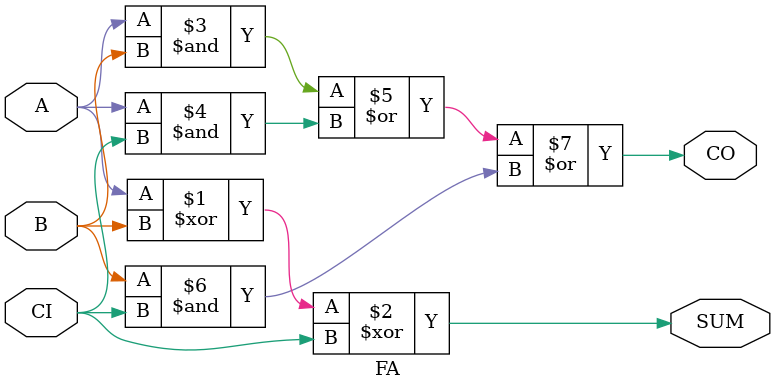
<source format=v>
`timescale 1ns / 1ps


module FA(          
            input A,
            input B,
            input CI,
            output wire SUM,
            output wire CO
        );


        assign SUM =  A ^ B ^ CI; //^ is xor
        assign CO = (A & B) | (A & CI) | (B & CI);
endmodule 

</source>
